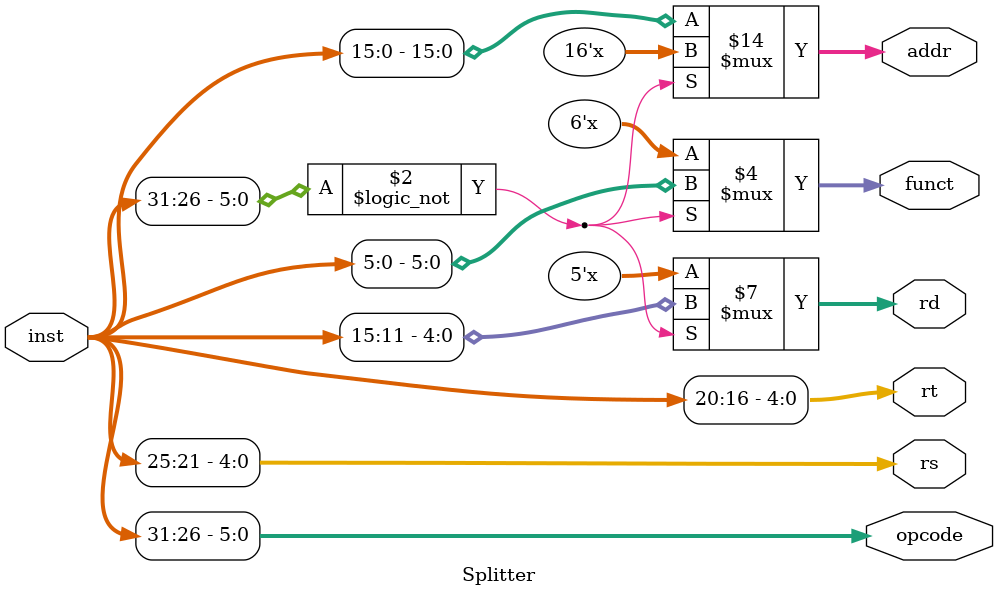
<source format=v>
`timescale 1ns / 1ps

module Splitter(inst, opcode, rs, rt, rd, funct, addr);

input  [31:0] inst;

// the areas of the instruction
output [5:0] opcode;
output [4:0] rs;
output [4:0] rt;
output [4:0] rd;
output [5:0] funct;
output [15:0] addr;
reg    [4:0] rs;
reg    [4:0] rt;
reg    [4:0] rd;
reg    [5:0] funct;
reg    [15:0] addr;

// opcode location is the same for all inst types
assign opcode = inst[31:26];

// when there is a new instruction
always @(inst) begin
    // R instruction (ALU)
    if(inst[31:26] == 6'b000000) begin
        rs = inst[25:21];
        rt = inst[20:16];
        rd = inst[15:11];
        funct = inst[5:0];
    end
    // I or J instruction
    else begin
        rs = inst[25:21];
        rt = inst[20:16];
        addr = inst[15:0];
    end

end

endmodule



</source>
